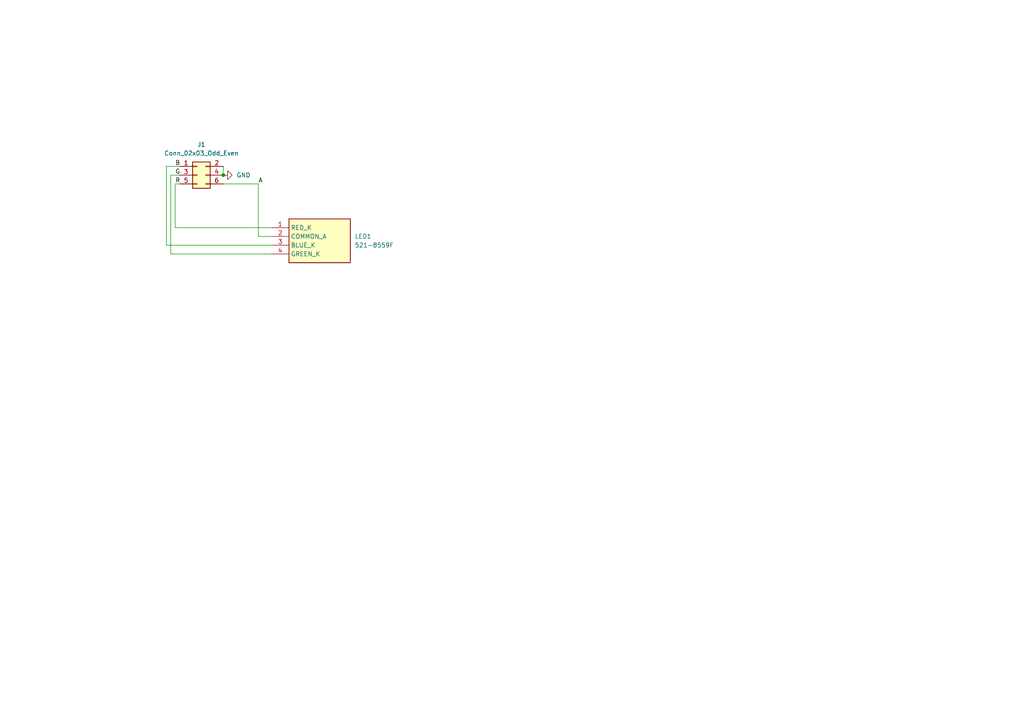
<source format=kicad_sch>
(kicad_sch (version 20230121) (generator eeschema)

  (uuid 07b84b89-9cb0-4a6c-b42a-5b5a95d67ceb)

  (paper "A4")

  (lib_symbols
    (symbol "Connector_Generic:Conn_02x03_Odd_Even" (pin_names (offset 1.016) hide) (in_bom yes) (on_board yes)
      (property "Reference" "J" (at 1.27 5.08 0)
        (effects (font (size 1.27 1.27)))
      )
      (property "Value" "Conn_02x03_Odd_Even" (at 1.27 -5.08 0)
        (effects (font (size 1.27 1.27)))
      )
      (property "Footprint" "" (at 0 0 0)
        (effects (font (size 1.27 1.27)) hide)
      )
      (property "Datasheet" "~" (at 0 0 0)
        (effects (font (size 1.27 1.27)) hide)
      )
      (property "ki_keywords" "connector" (at 0 0 0)
        (effects (font (size 1.27 1.27)) hide)
      )
      (property "ki_description" "Generic connector, double row, 02x03, odd/even pin numbering scheme (row 1 odd numbers, row 2 even numbers), script generated (kicad-library-utils/schlib/autogen/connector/)" (at 0 0 0)
        (effects (font (size 1.27 1.27)) hide)
      )
      (property "ki_fp_filters" "Connector*:*_2x??_*" (at 0 0 0)
        (effects (font (size 1.27 1.27)) hide)
      )
      (symbol "Conn_02x03_Odd_Even_1_1"
        (rectangle (start -1.27 -2.413) (end 0 -2.667)
          (stroke (width 0.1524) (type default))
          (fill (type none))
        )
        (rectangle (start -1.27 0.127) (end 0 -0.127)
          (stroke (width 0.1524) (type default))
          (fill (type none))
        )
        (rectangle (start -1.27 2.667) (end 0 2.413)
          (stroke (width 0.1524) (type default))
          (fill (type none))
        )
        (rectangle (start -1.27 3.81) (end 3.81 -3.81)
          (stroke (width 0.254) (type default))
          (fill (type background))
        )
        (rectangle (start 3.81 -2.413) (end 2.54 -2.667)
          (stroke (width 0.1524) (type default))
          (fill (type none))
        )
        (rectangle (start 3.81 0.127) (end 2.54 -0.127)
          (stroke (width 0.1524) (type default))
          (fill (type none))
        )
        (rectangle (start 3.81 2.667) (end 2.54 2.413)
          (stroke (width 0.1524) (type default))
          (fill (type none))
        )
        (pin passive line (at -5.08 2.54 0) (length 3.81)
          (name "Pin_1" (effects (font (size 1.27 1.27))))
          (number "1" (effects (font (size 1.27 1.27))))
        )
        (pin passive line (at 7.62 2.54 180) (length 3.81)
          (name "Pin_2" (effects (font (size 1.27 1.27))))
          (number "2" (effects (font (size 1.27 1.27))))
        )
        (pin passive line (at -5.08 0 0) (length 3.81)
          (name "Pin_3" (effects (font (size 1.27 1.27))))
          (number "3" (effects (font (size 1.27 1.27))))
        )
        (pin passive line (at 7.62 0 180) (length 3.81)
          (name "Pin_4" (effects (font (size 1.27 1.27))))
          (number "4" (effects (font (size 1.27 1.27))))
        )
        (pin passive line (at -5.08 -2.54 0) (length 3.81)
          (name "Pin_5" (effects (font (size 1.27 1.27))))
          (number "5" (effects (font (size 1.27 1.27))))
        )
        (pin passive line (at 7.62 -2.54 180) (length 3.81)
          (name "Pin_6" (effects (font (size 1.27 1.27))))
          (number "6" (effects (font (size 1.27 1.27))))
        )
      )
    )
    (symbol "LED:521-8559F" (in_bom yes) (on_board yes)
      (property "Reference" "LED" (at 24.13 7.62 0)
        (effects (font (size 1.27 1.27)) (justify left top))
      )
      (property "Value" "521-8559F" (at 24.13 5.08 0)
        (effects (font (size 1.27 1.27)) (justify left top))
      )
      (property "Footprint" "5218559F" (at 24.13 -94.92 0)
        (effects (font (size 1.27 1.27)) (justify left top) hide)
      )
      (property "Datasheet" "" (at 24.13 -194.92 0)
        (effects (font (size 1.27 1.27)) (justify left top) hide)
      )
      (property "Height" "8.6" (at 24.13 -394.92 0)
        (effects (font (size 1.27 1.27)) (justify left top) hide)
      )
      (property "Mouser Part Number" "645-5218559F" (at 24.13 -494.92 0)
        (effects (font (size 1.27 1.27)) (justify left top) hide)
      )
      (property "Mouser Price/Stock" "https://www.mouser.co.uk/ProductDetail/Dialight/521-8559F?qs=vmHwEFxEFR%2FyCJVY9sdZTA%3D%3D" (at 24.13 -594.92 0)
        (effects (font (size 1.27 1.27)) (justify left top) hide)
      )
      (property "Manufacturer_Name" "Dialight" (at 24.13 -694.92 0)
        (effects (font (size 1.27 1.27)) (justify left top) hide)
      )
      (property "Manufacturer_Part_Number" "521-8559F" (at 24.13 -794.92 0)
        (effects (font (size 1.27 1.27)) (justify left top) hide)
      )
      (property "ki_description" "Standard LEDs - Through Hole 5mm RGB WC LED w4 leads" (at 0 0 0)
        (effects (font (size 1.27 1.27)) hide)
      )
      (symbol "521-8559F_1_1"
        (rectangle (start 5.08 2.54) (end 22.86 -10.16)
          (stroke (width 0.254) (type default))
          (fill (type background))
        )
        (pin passive line (at 0 0 0) (length 5.08)
          (name "RED_K" (effects (font (size 1.27 1.27))))
          (number "1" (effects (font (size 1.27 1.27))))
        )
        (pin passive line (at 0 -2.54 0) (length 5.08)
          (name "COMMON_A" (effects (font (size 1.27 1.27))))
          (number "2" (effects (font (size 1.27 1.27))))
        )
        (pin passive line (at 0 -5.08 0) (length 5.08)
          (name "BLUE_K" (effects (font (size 1.27 1.27))))
          (number "3" (effects (font (size 1.27 1.27))))
        )
        (pin passive line (at 0 -7.62 0) (length 5.08)
          (name "GREEN_K" (effects (font (size 1.27 1.27))))
          (number "4" (effects (font (size 1.27 1.27))))
        )
      )
    )
    (symbol "power:GND" (power) (pin_names (offset 0)) (in_bom yes) (on_board yes)
      (property "Reference" "#PWR" (at 0 -6.35 0)
        (effects (font (size 1.27 1.27)) hide)
      )
      (property "Value" "GND" (at 0 -3.81 0)
        (effects (font (size 1.27 1.27)))
      )
      (property "Footprint" "" (at 0 0 0)
        (effects (font (size 1.27 1.27)) hide)
      )
      (property "Datasheet" "" (at 0 0 0)
        (effects (font (size 1.27 1.27)) hide)
      )
      (property "ki_keywords" "global power" (at 0 0 0)
        (effects (font (size 1.27 1.27)) hide)
      )
      (property "ki_description" "Power symbol creates a global label with name \"GND\" , ground" (at 0 0 0)
        (effects (font (size 1.27 1.27)) hide)
      )
      (symbol "GND_0_1"
        (polyline
          (pts
            (xy 0 0)
            (xy 0 -1.27)
            (xy 1.27 -1.27)
            (xy 0 -2.54)
            (xy -1.27 -1.27)
            (xy 0 -1.27)
          )
          (stroke (width 0) (type default))
          (fill (type none))
        )
      )
      (symbol "GND_1_1"
        (pin power_in line (at 0 0 270) (length 0) hide
          (name "GND" (effects (font (size 1.27 1.27))))
          (number "1" (effects (font (size 1.27 1.27))))
        )
      )
    )
  )

  (junction (at 64.77 50.8) (diameter 0) (color 0 0 0 0)
    (uuid 7c1e3380-d45f-4cc6-9236-491f7bb60d32)
  )

  (wire (pts (xy 78.74 73.66) (xy 49.53 73.66))
    (stroke (width 0) (type default))
    (uuid 093e9be5-d0a9-42b2-8919-a41373815e11)
  )
  (wire (pts (xy 48.26 71.12) (xy 48.26 48.26))
    (stroke (width 0) (type default))
    (uuid 1421c4b4-926f-42e8-93e0-08ea42270cc6)
  )
  (wire (pts (xy 49.53 73.66) (xy 49.53 50.8))
    (stroke (width 0) (type default))
    (uuid 2d8d9a3b-5199-412c-ab71-d31a72b34e52)
  )
  (wire (pts (xy 74.93 53.34) (xy 74.93 68.58))
    (stroke (width 0) (type default))
    (uuid 35007838-f3cc-4107-86c4-6e986b0c3d62)
  )
  (wire (pts (xy 49.53 50.8) (xy 52.07 50.8))
    (stroke (width 0) (type default))
    (uuid 3b0e138f-70dc-4e38-ac12-8e343e9b581b)
  )
  (wire (pts (xy 64.77 53.34) (xy 74.93 53.34))
    (stroke (width 0) (type default))
    (uuid 51ef47a0-714e-41d0-b923-80a4edbb7a6f)
  )
  (wire (pts (xy 64.77 48.26) (xy 64.77 50.8))
    (stroke (width 0) (type default))
    (uuid 591c4ce1-2043-487b-b978-29a683cab804)
  )
  (wire (pts (xy 50.8 66.04) (xy 50.8 53.34))
    (stroke (width 0) (type default))
    (uuid 7a433a82-2f86-4532-9c1b-28c573c63276)
  )
  (wire (pts (xy 78.74 66.04) (xy 50.8 66.04))
    (stroke (width 0) (type default))
    (uuid bdc4b3e1-70ff-4ee4-887b-8cdd77d08306)
  )
  (wire (pts (xy 74.93 68.58) (xy 78.74 68.58))
    (stroke (width 0) (type default))
    (uuid c2761a9e-e59a-4375-a144-548d844c7ac5)
  )
  (wire (pts (xy 50.8 53.34) (xy 52.07 53.34))
    (stroke (width 0) (type default))
    (uuid cd2749b9-00a1-4c1f-955b-99ca3a0707e3)
  )
  (wire (pts (xy 48.26 48.26) (xy 52.07 48.26))
    (stroke (width 0) (type default))
    (uuid f0d28eae-c8dc-4d63-bb52-b53cde28774a)
  )
  (wire (pts (xy 78.74 71.12) (xy 48.26 71.12))
    (stroke (width 0) (type default))
    (uuid fe0009e7-d5e8-42dd-b21e-ce85528f8bfc)
  )

  (label "R" (at 50.8 53.34 0) (fields_autoplaced)
    (effects (font (size 1.27 1.27)) (justify left bottom))
    (uuid 5e437115-7056-428b-88a6-53f416328657)
  )
  (label "B" (at 50.8 48.26 0) (fields_autoplaced)
    (effects (font (size 1.27 1.27)) (justify left bottom))
    (uuid 6f5a8d34-23ca-408a-a0af-d1fa8baeb626)
  )
  (label "A" (at 74.93 53.34 0) (fields_autoplaced)
    (effects (font (size 1.27 1.27)) (justify left bottom))
    (uuid c622b0a4-464d-40b4-a418-e88ee14dea1a)
  )
  (label "G" (at 50.8 50.8 0) (fields_autoplaced)
    (effects (font (size 1.27 1.27)) (justify left bottom))
    (uuid d2987071-0bdd-4169-94ba-6fee977846a2)
  )

  (symbol (lib_id "LED:521-8559F") (at 78.74 66.04 0) (unit 1)
    (in_bom yes) (on_board yes) (dnp no) (fields_autoplaced)
    (uuid 347c05d9-79c1-4d57-8f6e-182f09f0f095)
    (property "Reference" "LED1" (at 102.87 68.58 0)
      (effects (font (size 1.27 1.27)) (justify left))
    )
    (property "Value" "521-8559F" (at 102.87 71.12 0)
      (effects (font (size 1.27 1.27)) (justify left))
    )
    (property "Footprint" "5218559F" (at 102.87 160.96 0)
      (effects (font (size 1.27 1.27)) (justify left top) hide)
    )
    (property "Datasheet" "" (at 102.87 260.96 0)
      (effects (font (size 1.27 1.27)) (justify left top) hide)
    )
    (property "Height" "8.6" (at 102.87 460.96 0)
      (effects (font (size 1.27 1.27)) (justify left top) hide)
    )
    (property "Mouser Part Number" "645-5218559F" (at 102.87 560.96 0)
      (effects (font (size 1.27 1.27)) (justify left top) hide)
    )
    (property "Mouser Price/Stock" "https://www.mouser.co.uk/ProductDetail/Dialight/521-8559F?qs=vmHwEFxEFR%2FyCJVY9sdZTA%3D%3D" (at 102.87 660.96 0)
      (effects (font (size 1.27 1.27)) (justify left top) hide)
    )
    (property "Manufacturer_Name" "Dialight" (at 102.87 760.96 0)
      (effects (font (size 1.27 1.27)) (justify left top) hide)
    )
    (property "Manufacturer_Part_Number" "521-8559F" (at 102.87 860.96 0)
      (effects (font (size 1.27 1.27)) (justify left top) hide)
    )
    (pin "1" (uuid 05fb98b1-5ccf-4f3f-9243-8979979f381b))
    (pin "2" (uuid 1ce3613c-8ede-4b3b-8364-44b579a0183f))
    (pin "3" (uuid 28299899-914e-4609-b2a8-f0db73888748))
    (pin "4" (uuid d901a827-b8e6-4ba1-bc4f-58958adf3184))
    (instances
      (project "colorimeter-led"
        (path "/07b84b89-9cb0-4a6c-b42a-5b5a95d67ceb"
          (reference "LED1") (unit 1)
        )
      )
    )
  )

  (symbol (lib_id "power:GND") (at 64.77 50.8 90) (unit 1)
    (in_bom yes) (on_board yes) (dnp no) (fields_autoplaced)
    (uuid cc25cbcb-6a6f-49ca-bfdf-1912a08922cc)
    (property "Reference" "#PWR01" (at 71.12 50.8 0)
      (effects (font (size 1.27 1.27)) hide)
    )
    (property "Value" "GND" (at 68.58 50.8 90)
      (effects (font (size 1.27 1.27)) (justify right))
    )
    (property "Footprint" "" (at 64.77 50.8 0)
      (effects (font (size 1.27 1.27)) hide)
    )
    (property "Datasheet" "" (at 64.77 50.8 0)
      (effects (font (size 1.27 1.27)) hide)
    )
    (pin "1" (uuid 7cc17cb6-5302-4adf-95ee-511d4483455d))
    (instances
      (project "colorimeter-led"
        (path "/07b84b89-9cb0-4a6c-b42a-5b5a95d67ceb"
          (reference "#PWR01") (unit 1)
        )
      )
    )
  )

  (symbol (lib_id "Connector_Generic:Conn_02x03_Odd_Even") (at 57.15 50.8 0) (unit 1)
    (in_bom yes) (on_board yes) (dnp no) (fields_autoplaced)
    (uuid d8919a27-ebc9-4ba4-8897-1665035232c8)
    (property "Reference" "J1" (at 58.42 41.91 0)
      (effects (font (size 1.27 1.27)))
    )
    (property "Value" "Conn_02x03_Odd_Even" (at 58.42 44.45 0)
      (effects (font (size 1.27 1.27)))
    )
    (property "Footprint" "Connector_PinSocket_2.54mm:PinSocket_2x03_P2.54mm_Horizontal" (at 57.15 50.8 0)
      (effects (font (size 1.27 1.27)) hide)
    )
    (property "Datasheet" "~" (at 57.15 50.8 0)
      (effects (font (size 1.27 1.27)) hide)
    )
    (pin "1" (uuid cebf2bfd-b088-42a7-ada1-568da0d57256))
    (pin "2" (uuid 6f341c8d-2e7b-4b7d-9837-b56a3b029113))
    (pin "3" (uuid 3dc03bd5-98c0-4434-be50-b7a05983d3e9))
    (pin "4" (uuid 712a61ed-fbe2-4da4-9129-802076ae74de))
    (pin "5" (uuid 1fd0f8f3-9c88-4ac9-a13c-02e43801ed90))
    (pin "6" (uuid 55017c7f-d2fc-44c7-99d7-89b0f93b5d49))
    (instances
      (project "colorimeter-led"
        (path "/07b84b89-9cb0-4a6c-b42a-5b5a95d67ceb"
          (reference "J1") (unit 1)
        )
      )
    )
  )

  (sheet_instances
    (path "/" (page "1"))
  )
)

</source>
